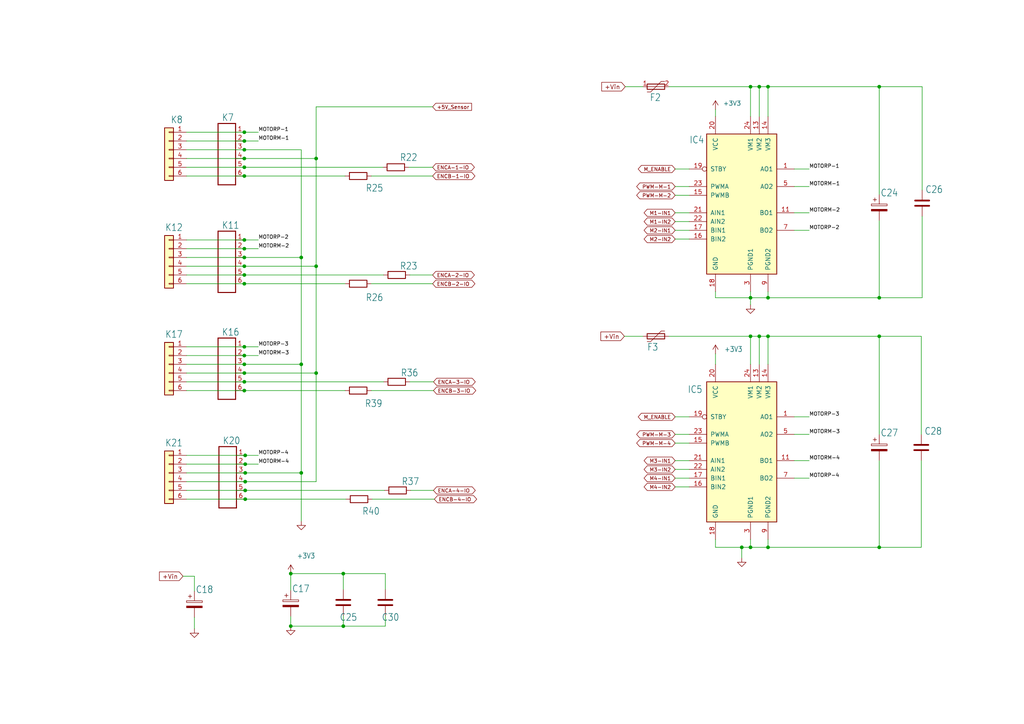
<source format=kicad_sch>
(kicad_sch (version 20211123) (generator eeschema)
  (paper "A4")
  (title_block (title "Open Robotic Board (ORB)") (date "2023-11-10") (rev "01.00-99") (company "Thomas Breuer (Hochschule Bonn-Rhein-Sieg)"))
  (lib_symbols
    (symbol "Connector_Generic:Conn_01x06" (pin_names (offset 1.016) hide)
      (property "Reference" "J" (at 0 7.62 0))
      (property "Value" "Conn_01x06" (at 0 -10.16 0))
      (symbol "Conn_01x06_1_1"
        (rectangle (start -1.27 -7.493) (end 0 -7.747) (stroke (width 0.1524)))
        (rectangle (start -1.27 -4.953) (end 0 -5.207) (stroke (width 0.1524)))
        (rectangle (start -1.27 -2.413) (end 0 -2.667) (stroke (width 0.1524)))
        (rectangle (start -1.27 0.127) (end 0 -0.127) (stroke (width 0.1524)))
        (rectangle (start -1.27 2.667) (end 0 2.413) (stroke (width 0.1524)))
        (rectangle (start -1.27 5.207) (end 0 4.953) (stroke (width 0.1524)))
        (rectangle (start -1.27 6.35) (end 1.27 -8.89) (stroke (width 0.254)) (fill (type background)))
        (pin passive line (at -5.08 5.08 0) (length 3.81) (name "Pin_1") (number "1"))
        (pin passive line (at -5.08 2.54 0) (length 3.81) (name "Pin_2") (number "2"))
        (pin passive line (at -5.08 0 0) (length 3.81) (name "Pin_3") (number "3"))
        (pin passive line (at -5.08 -2.54 0) (length 3.81) (name "Pin_4") (number "4"))
        (pin passive line (at -5.08 -5.08 0) (length 3.81) (name "Pin_5") (number "5"))
        (pin passive line (at -5.08 -7.62 0) (length 3.81) (name "Pin_6") (number "6"))
      )
    )
    (symbol "Device:C" (pin_numbers hide) (pin_names (offset 0.254))
      (property "Reference" "C" (at 0.635 2.54 0))
      (property "Value" "C" (at 0.635 -2.54 0))
      (symbol "C_0_1"
        (polyline (pts (xy -2.032 -0.762) (xy 2.032 -0.762)) (stroke (width 0.508)))
        (polyline (pts (xy -2.032 0.762) (xy 2.032 0.762)) (stroke (width 0.508)))
      )
      (symbol "C_1_1"
        (pin passive line (at 0 3.81 270) (length 2.794) (name "~") (number "1"))
        (pin passive line (at 0 -3.81 90) (length 2.794) (name "~") (number "2"))
      )
    )
    (symbol "Device:C_Polarized" (pin_numbers hide) (pin_names (offset 0.254))
      (property "Reference" "C" (at 0.635 2.54 0))
      (property "Value" "C_Polarized" (at 0.635 -2.54 0))
      (symbol "C_Polarized_0_1"
        (rectangle (start -2.286 0.508) (end 2.286 1.016))
        (polyline (pts (xy -1.778 2.286) (xy -0.762 2.286)))
        (polyline (pts (xy -1.27 2.794) (xy -1.27 1.778)))
        (rectangle (start 2.286 -0.508) (end -2.286 -1.016) (fill (type outline)))
      )
      (symbol "C_Polarized_1_1"
        (pin passive line (at 0 3.81 270) (length 2.794) (name "~") (number "1"))
        (pin passive line (at 0 -3.81 90) (length 2.794) (name "~") (number "2"))
      )
    )
    (symbol "Device:Polyfuse" (pin_numbers hide) (pin_names (offset 0))
      (property "Reference" "F" (at -2.54 0 90))
      (property "Value" "Polyfuse" (at 2.54 0 90))
      (symbol "Polyfuse_0_1"
        (rectangle (start -0.762 2.54) (end 0.762 -2.54) (stroke (width 0.254)))
        (polyline (pts (xy 0 2.54) (xy 0 -2.54)))
        (polyline (pts (xy -1.524 2.54) (xy -1.524 1.524) (xy 1.524 -1.524) (xy 1.524 -2.54)))
      )
      (symbol "Polyfuse_1_1"
        (pin passive line (at 0 3.81 270) (length 1.27) (name "~") (number "1"))
        (pin passive line (at 0 -3.81 90) (length 1.27) (name "~") (number "2"))
      )
    )
    (symbol "Device:R" (pin_numbers hide) (pin_names (offset 0))
      (property "Reference" "R" (at 2.032 0 90))
      (property "Value" "R" (at 0 0 90))
      (symbol "R_0_1"
        (rectangle (start -1.016 -2.54) (end 1.016 2.54) (stroke (width 0.254)))
      )
      (symbol "R_1_1"
        (pin passive line (at 0 3.81 270) (length 1.27) (name "~") (number "1"))
        (pin passive line (at 0 -3.81 90) (length 1.27) (name "~") (number "2"))
      )
    )
    (symbol "Driver_Motor:TB6612FNG" (pin_names (offset 1.016))
      (property "Reference" "U" (at 11.43 17.78 0))
      (property "Value" "TB6612FNG" (at 11.43 15.24 0))
      (symbol "TB6612FNG_0_1"
        (rectangle (start -10.16 20.32) (end 10.16 -20.32) (stroke (width 0.254)) (fill (type background)))
      )
      (symbol "TB6612FNG_1_1"
        (pin output line (at 15.24 10.16 180) (length 5.08) (name "AO1") (number "1"))
        (pin passive line (at 7.62 -25.4 90) (length 5.08) hide (name "PGND2") (number "10"))
        (pin output line (at 15.24 -2.54 180) (length 5.08) (name "BO1") (number "11"))
        (pin passive line (at 15.24 -2.54 180) (length 5.08) hide (name "BO1") (number "12"))
        (pin power_in line (at 5.08 25.4 270) (length 5.08) (name "VM2") (number "13"))
        (pin power_in line (at 7.62 25.4 270) (length 5.08) (name "VM3") (number "14"))
        (pin input line (at -15.24 2.54 0) (length 5.08) (name "PWMB") (number "15"))
        (pin input line (at -15.24 -10.16 0) (length 5.08) (name "BIN2") (number "16"))
        (pin input line (at -15.24 -7.62 0) (length 5.08) (name "BIN1") (number "17"))
        (pin power_in line (at -7.62 -25.4 90) (length 5.08) (name "GND") (number "18"))
        (pin input inverted (at -15.24 10.16 0) (length 5.08) (name "STBY") (number "19"))
        (pin passive line (at 15.24 10.16 180) (length 5.08) hide (name "AO1") (number "2"))
        (pin power_in line (at -7.62 25.4 270) (length 5.08) (name "VCC") (number "20"))
        (pin input line (at -15.24 -2.54 0) (length 5.08) (name "AIN1") (number "21"))
        (pin input line (at -15.24 -5.08 0) (length 5.08) (name "AIN2") (number "22"))
        (pin input line (at -15.24 5.08 0) (length 5.08) (name "PWMA") (number "23"))
        (pin power_in line (at 2.54 25.4 270) (length 5.08) (name "VM1") (number "24"))
        (pin power_in line (at 2.54 -25.4 90) (length 5.08) (name "PGND1") (number "3"))
        (pin passive line (at 2.54 -25.4 90) (length 5.08) hide (name "PGND1") (number "4"))
        (pin output line (at 15.24 5.08 180) (length 5.08) (name "AO2") (number "5"))
        (pin passive line (at 15.24 5.08 180) (length 5.08) hide (name "AO2") (number "6"))
        (pin output line (at 15.24 -7.62 180) (length 5.08) (name "BO2") (number "7"))
        (pin passive line (at 15.24 -7.62 180) (length 5.08) hide (name "BO2") (number "8"))
        (pin power_in line (at 7.62 -25.4 90) (length 5.08) (name "PGND2") (number "9"))
      )
    )
    (symbol "ORB:NXT-SOCKET"
      (property "Reference" "K" (at -4.035 18.415 0))
      (property "Value" "NXT-SOCKET" (at -12.27 -2.54 0))
      (symbol "NXT-SOCKET_1_0"
        (polyline (pts (xy -5.08 0) (xy 0 0)) (stroke (width 0.3)))
        (polyline (pts (xy -5.08 17.78) (xy -5.08 0)) (stroke (width 0.3)))
        (polyline (pts (xy 0 0) (xy 0 17.78)) (stroke (width 0.3)))
        (polyline (pts (xy 0 17.78) (xy -5.08 17.78)) (stroke (width 0.3)))
        (pin passive line (at 2.54 15.24 180) (length 2.54) (name "1") (number "1"))
        (pin passive line (at 2.54 12.7 180) (length 2.54) (name "2") (number "2"))
        (pin passive line (at 2.54 10.16 180) (length 2.54) (name "3") (number "3"))
        (pin passive line (at 2.54 7.62 180) (length 2.54) (name "4") (number "4"))
        (pin passive line (at 2.54 5.08 180) (length 2.54) (name "5") (number "5"))
        (pin passive line (at 2.54 2.54 180) (length 2.54) (name "6") (number "6"))
      )
    )
    (symbol "Polyfuse_1" (pin_names (offset 0))
      (property "Reference" "F" (at -2.54 0 90))
      (property "Value" "Polyfuse_1" (at 2.54 0 90))
      (symbol "Polyfuse_1_0_1"
        (rectangle (start -0.762 2.54) (end 0.762 -2.54) (stroke (width 0.254)))
        (polyline (pts (xy 0 2.54) (xy 0 -2.54)))
        (polyline (pts (xy -1.524 2.54) (xy -1.524 1.524) (xy 1.524 -1.524) (xy 1.524 -2.54)))
      )
      (symbol "Polyfuse_1_1_1"
        (pin passive line (at 0 3.81 270) (length 1.27) (name "~") (number "1"))
        (pin passive line (at 0 -3.81 90) (length 1.27) (name "~") (number "2"))
      )
    )
    (symbol "power:+3.3V" (power) (pin_names (offset 0))
      (property "Value" "+3.3V" (at 0 3.556 0))
      (symbol "+3.3V_0_1"
        (polyline (pts (xy -0.762 1.27) (xy 0 2.54)))
        (polyline (pts (xy 0 0) (xy 0 2.54)))
        (polyline (pts (xy 0 2.54) (xy 0.762 1.27)))
      )
      (symbol "+3.3V_1_1"
        (pin power_in line (at 0 0 90) (length 0) hide (name "+3V3") (number "1"))
      )
    )
    (symbol "power:GND" (power) (pin_names (offset 0))
      (property "Value" "GND" (at 0 -3.81 0))
      (symbol "GND_0_1"
        (polyline (pts (xy 0 0) (xy 0 -1.27) (xy 1.27 -1.27) (xy 0 -2.54) (xy -1.27 -1.27) (xy 0 -1.27)))
      )
      (symbol "GND_1_1"
        (pin power_in line (at 0 0 270) (length 0) hide (name "GND") (number "1"))
      )
    )
  )
  (junction (at 70.866 72.136))
  (junction (at 220.218 97.536))
  (junction (at 91.694 45.974))
  (junction (at 87.376 137.16))
  (junction (at 70.866 79.756))
  (junction (at 70.866 103.124))
  (junction (at 255.016 158.75))
  (junction (at 99.568 181.61))
  (junction (at 70.866 74.676))
  (junction (at 91.694 77.216))
  (junction (at 70.866 38.354))
  (junction (at 217.678 86.36))
  (junction (at 99.568 166.37))
  (junction (at 255.016 25.146))
  (junction (at 71.12 144.78))
  (junction (at 70.866 69.596))
  (junction (at 87.376 74.676))
  (junction (at 84.328 181.61))
  (junction (at 70.866 77.216))
  (junction (at 71.12 139.7))
  (junction (at 70.866 48.514))
  (junction (at 71.12 142.24))
  (junction (at 70.866 43.434))
  (junction (at 217.678 97.536))
  (junction (at 217.678 25.146))
  (junction (at 222.758 86.36))
  (junction (at 71.12 132.08))
  (junction (at 255.016 86.36))
  (junction (at 222.758 97.536))
  (junction (at 70.866 105.664))
  (junction (at 70.866 40.894))
  (junction (at 84.328 166.37))
  (junction (at 217.678 158.75))
  (junction (at 70.866 82.296))
  (junction (at 70.866 51.054))
  (junction (at 222.758 25.146))
  (junction (at 222.758 158.75))
  (junction (at 255.016 97.536))
  (junction (at 220.218 25.146))
  (junction (at 70.866 110.744))
  (junction (at 70.866 45.974))
  (junction (at 70.866 113.284))
  (junction (at 91.694 108.204))
  (junction (at 71.12 137.16))
  (junction (at 215.138 158.75))
  (junction (at 71.12 134.62))
  (junction (at 70.866 100.584))
  (junction (at 87.376 105.664))
  (junction (at 70.866 108.204))
  (wire (pts (xy 74.93 134.62) (xy 71.12 134.62)))
  (wire (pts (xy 84.328 166.37) (xy 84.328 171.196)))
  (wire (pts (xy 71.12 142.24) (xy 111.506 142.24)))
  (wire (pts (xy 234.696 120.904) (xy 230.378 120.904)))
  (wire (pts (xy 111.76 181.61) (xy 111.76 178.562)))
  (wire (pts (xy 217.678 86.36) (xy 222.758 86.36)))
  (wire (pts (xy 195.834 61.722) (xy 199.898 61.722)))
  (wire (pts (xy 54.102 110.744) (xy 70.866 110.744)))
  (wire (pts (xy 195.834 136.144) (xy 199.898 136.144)))
  (wire (pts (xy 107.95 144.78) (xy 125.984 144.78)))
  (wire (pts (xy 220.218 97.536) (xy 220.218 105.664)))
  (wire (pts (xy 70.866 69.596) (xy 74.93 69.596)))
  (wire (pts (xy 54.102 48.514) (xy 70.866 48.514)))
  (wire (pts (xy 267.208 158.75) (xy 267.208 133.604)))
  (wire (pts (xy 70.866 40.894) (xy 74.93 40.894)))
  (wire (pts (xy 111.76 166.37) (xy 111.76 170.942)))
  (wire (pts (xy 195.834 66.802) (xy 199.898 66.802)))
  (wire (pts (xy 222.758 33.782) (xy 222.758 25.146)))
  (wire (pts (xy 54.102 137.16) (xy 71.12 137.16)))
  (wire (pts (xy 70.866 43.434) (xy 87.376 43.434)))
  (wire (pts (xy 217.678 156.464) (xy 217.678 158.75)))
  (wire (pts (xy 107.696 82.296) (xy 125.476 82.296)))
  (wire (pts (xy 54.102 77.216) (xy 70.866 77.216)))
  (wire (pts (xy 54.102 40.894) (xy 70.866 40.894)))
  (wire (pts (xy 99.568 170.942) (xy 99.568 166.37)))
  (wire (pts (xy 217.678 25.146) (xy 217.678 33.782)))
  (wire (pts (xy 217.678 158.75) (xy 222.758 158.75)))
  (wire (pts (xy 107.696 113.284) (xy 125.73 113.284)))
  (wire (pts (xy 70.866 77.216) (xy 91.694 77.216)))
  (wire (pts (xy 207.518 102.616) (xy 207.518 105.664)))
  (wire (pts (xy 195.834 69.342) (xy 199.898 69.342)))
  (wire (pts (xy 220.218 25.146) (xy 220.218 33.782)))
  (wire (pts (xy 54.102 38.354) (xy 70.866 38.354)))
  (wire (pts (xy 234.696 133.604) (xy 230.378 133.604)))
  (wire (pts (xy 207.518 86.36) (xy 207.518 84.582)))
  (wire (pts (xy 255.016 86.36) (xy 267.462 86.36)))
  (wire (pts (xy 195.834 49.022) (xy 199.898 49.022)))
  (wire (pts (xy 255.016 25.146) (xy 267.462 25.146)))
  (wire (pts (xy 70.866 105.664) (xy 87.376 105.664)))
  (wire (pts (xy 195.834 128.524) (xy 199.898 128.524)))
  (wire (pts (xy 207.518 31.75) (xy 207.518 33.782)))
  (wire (pts (xy 222.758 25.146) (xy 220.218 25.146)))
  (wire (pts (xy 234.696 61.722) (xy 230.378 61.722)))
  (wire (pts (xy 195.834 56.642) (xy 199.898 56.642)))
  (wire (pts (xy 54.102 113.284) (xy 70.866 113.284)))
  (wire (pts (xy 56.388 179.07) (xy 56.388 182.372)))
  (wire (pts (xy 119.126 142.24) (xy 125.73 142.24)))
  (wire (pts (xy 91.694 77.216) (xy 91.694 45.974)))
  (wire (pts (xy 234.696 138.684) (xy 230.378 138.684)))
  (wire (pts (xy 255.016 158.75) (xy 267.208 158.75)))
  (wire (pts (xy 54.102 72.136) (xy 70.866 72.136)))
  (wire (pts (xy 87.376 74.676) (xy 87.376 105.664)))
  (wire (pts (xy 255.016 86.36) (xy 255.016 64.008)))
  (wire (pts (xy 91.694 108.204) (xy 91.694 77.216)))
  (wire (pts (xy 194.056 25.146) (xy 217.678 25.146)))
  (wire (pts (xy 54.102 45.974) (xy 70.866 45.974)))
  (wire (pts (xy 255.016 25.146) (xy 255.016 56.388)))
  (wire (pts (xy 70.866 38.354) (xy 74.93 38.354)))
  (wire (pts (xy 267.208 125.984) (xy 267.208 97.536)))
  (wire (pts (xy 181.102 97.536) (xy 186.436 97.536)))
  (wire (pts (xy 195.834 120.904) (xy 199.898 120.904)))
  (wire (pts (xy 267.462 25.146) (xy 267.462 55.118)))
  (wire (pts (xy 222.758 97.536) (xy 222.758 105.664)))
  (wire (pts (xy 70.866 79.756) (xy 111.252 79.756)))
  (wire (pts (xy 195.834 64.262) (xy 199.898 64.262)))
  (wire (pts (xy 107.696 51.054) (xy 125.476 51.054)))
  (wire (pts (xy 74.93 132.08) (xy 71.12 132.08)))
  (wire (pts (xy 87.376 137.16) (xy 87.376 151.13)))
  (wire (pts (xy 54.102 108.204) (xy 70.866 108.204)))
  (wire (pts (xy 54.102 103.124) (xy 70.866 103.124)))
  (wire (pts (xy 195.834 133.604) (xy 199.898 133.604)))
  (wire (pts (xy 255.016 97.536) (xy 255.016 125.984)))
  (wire (pts (xy 195.834 141.224) (xy 199.898 141.224)))
  (wire (pts (xy 70.866 48.514) (xy 110.998 48.514)))
  (wire (pts (xy 54.102 79.756) (xy 70.866 79.756)))
  (wire (pts (xy 54.102 144.78) (xy 71.12 144.78)))
  (wire (pts (xy 207.518 158.75) (xy 215.138 158.75)))
  (wire (pts (xy 207.518 86.36) (xy 217.678 86.36)))
  (wire (pts (xy 220.218 97.536) (xy 217.678 97.536)))
  (wire (pts (xy 54.102 134.62) (xy 71.12 134.62)))
  (wire (pts (xy 195.834 138.684) (xy 199.898 138.684)))
  (wire (pts (xy 222.758 158.75) (xy 255.016 158.75)))
  (wire (pts (xy 99.568 166.37) (xy 111.76 166.37)))
  (wire (pts (xy 84.328 178.816) (xy 84.328 181.61)))
  (wire (pts (xy 217.678 97.536) (xy 217.678 105.664)))
  (wire (pts (xy 215.138 158.75) (xy 215.138 161.798)))
  (wire (pts (xy 222.758 84.582) (xy 222.758 86.36)))
  (wire (pts (xy 99.568 181.61) (xy 84.328 181.61)))
  (wire (pts (xy 54.102 105.664) (xy 70.866 105.664)))
  (wire (pts (xy 91.694 30.988) (xy 125.476 30.988)))
  (wire (pts (xy 54.102 100.584) (xy 70.866 100.584)))
  (wire (pts (xy 220.218 97.536) (xy 222.758 97.536)))
  (wire (pts (xy 54.102 69.596) (xy 70.866 69.596)))
  (wire (pts (xy 91.694 30.988) (xy 91.694 45.974)))
  (wire (pts (xy 255.016 97.536) (xy 267.208 97.536)))
  (wire (pts (xy 234.696 125.984) (xy 230.378 125.984)))
  (wire (pts (xy 54.102 43.434) (xy 70.866 43.434)))
  (wire (pts (xy 87.376 137.16) (xy 87.376 105.664)))
  (wire (pts (xy 70.866 100.584) (xy 74.93 100.584)))
  (wire (pts (xy 54.102 132.08) (xy 71.12 132.08)))
  (wire (pts (xy 194.056 97.536) (xy 217.678 97.536)))
  (wire (pts (xy 99.568 166.37) (xy 84.328 166.37)))
  (wire (pts (xy 234.696 49.022) (xy 230.378 49.022)))
  (wire (pts (xy 56.388 167.132) (xy 56.388 171.45)))
  (wire (pts (xy 99.568 178.562) (xy 99.568 181.61)))
  (wire (pts (xy 217.678 158.75) (xy 215.138 158.75)))
  (wire (pts (xy 222.758 156.464) (xy 222.758 158.75)))
  (wire (pts (xy 222.758 25.146) (xy 255.016 25.146)))
  (wire (pts (xy 70.866 72.136) (xy 74.93 72.136)))
  (wire (pts (xy 207.518 158.75) (xy 207.518 156.464)))
  (wire (pts (xy 71.12 137.16) (xy 87.376 137.16)))
  (wire (pts (xy 199.898 125.984) (xy 195.834 125.984)))
  (wire (pts (xy 54.102 74.676) (xy 70.866 74.676)))
  (wire (pts (xy 234.696 54.102) (xy 230.378 54.102)))
  (wire (pts (xy 118.872 79.756) (xy 125.476 79.756)))
  (wire (pts (xy 54.102 82.296) (xy 70.866 82.296)))
  (wire (pts (xy 70.866 103.124) (xy 74.93 103.124)))
  (wire (pts (xy 70.866 45.974) (xy 91.694 45.974)))
  (wire (pts (xy 70.866 108.204) (xy 91.694 108.204)))
  (wire (pts (xy 91.694 139.7) (xy 71.12 139.7)))
  (wire (pts (xy 71.12 144.78) (xy 100.33 144.78)))
  (wire (pts (xy 70.866 110.744) (xy 111.252 110.744)))
  (wire (pts (xy 234.696 66.802) (xy 230.378 66.802)))
  (wire (pts (xy 217.678 84.582) (xy 217.678 86.36)))
  (wire (pts (xy 91.694 108.204) (xy 91.694 139.7)))
  (wire (pts (xy 255.016 97.536) (xy 222.758 97.536)))
  (wire (pts (xy 217.678 86.36) (xy 217.678 88.392)))
  (wire (pts (xy 70.866 113.284) (xy 100.076 113.284)))
  (wire (pts (xy 99.568 181.61) (xy 111.76 181.61)))
  (wire (pts (xy 118.618 48.514) (xy 125.476 48.514)))
  (wire (pts (xy 267.462 86.36) (xy 267.462 62.738)))
  (wire (pts (xy 70.866 82.296) (xy 100.076 82.296)))
  (wire (pts (xy 222.758 86.36) (xy 255.016 86.36)))
  (wire (pts (xy 220.218 25.146) (xy 217.678 25.146)))
  (wire (pts (xy 70.866 74.676) (xy 87.376 74.676)))
  (wire (pts (xy 54.102 139.7) (xy 71.12 139.7)))
  (wire (pts (xy 195.834 54.102) (xy 199.898 54.102)))
  (wire (pts (xy 255.016 158.75) (xy 255.016 133.604)))
  (wire (pts (xy 53.086 167.132) (xy 56.388 167.132)))
  (wire (pts (xy 54.102 51.054) (xy 70.866 51.054)))
  (wire (pts (xy 70.866 51.054) (xy 100.076 51.054)))
  (wire (pts (xy 118.872 110.744) (xy 125.73 110.744)))
  (wire (pts (xy 54.102 142.24) (xy 71.12 142.24)))
  (wire (pts (xy 181.356 25.146) (xy 186.436 25.146)))
  (wire (pts (xy 87.376 43.434) (xy 87.376 74.676)))
  (label "MOTORP-4" (at 234.696 138.684 0) (effects (font (size 1.05 1.05))))
  (label "MOTORM-1" (at 234.696 54.102 0) (effects (font (size 1.05 1.05))))
  (label "MOTORP-2" (at 74.93 69.596 0) (effects (font (size 1.05 1.05))))
  (label "MOTORM-2" (at 74.93 72.136 0) (effects (font (size 1.05 1.05))))
  (label "MOTORP-3" (at 234.696 120.904 0) (effects (font (size 1.05 1.05))))
  (label "MOTORM-4" (at 234.696 133.604 0) (effects (font (size 1.05 1.05))))
  (label "MOTORP-2" (at 234.696 66.802 0) (effects (font (size 1.05 1.05))))
  (label "MOTORM-3" (at 74.93 103.124 0) (effects (font (size 1.05 1.05))))
  (label "MOTORP-4" (at 74.93 132.08 0) (effects (font (size 1.05 1.05))))
  (label "MOTORP-1" (at 234.696 49.022 0) (effects (font (size 1.05 1.05))))
  (label "MOTORM-1" (at 74.93 40.894 0) (effects (font (size 1.05 1.05))))
  (label "MOTORP-3" (at 74.93 100.584 0) (effects (font (size 1.05 1.05))))
  (label "MOTORP-1" (at 74.93 38.354 0) (effects (font (size 1.05 1.05))))
  (label "MOTORM-4" (at 74.93 134.62 0) (effects (font (size 1.05 1.05))))
  (label "MOTORM-3" (at 234.696 125.984 0) (effects (font (size 1.05 1.05))))
  (label "MOTORM-2" (at 234.696 61.722 0) (effects (font (size 1.05 1.05))))
  (global_label "M1-IN1" (shape bidirectional) (at 195.834 61.722 180) (effects (font (size 1.05 1.05))) (property "Intersheet References" "${INTERSHEET_REFS}" (effects hide)))
  (global_label "M4-IN2" (shape bidirectional) (at 195.834 141.224 180) (effects (font (size 1.05 1.05))) (property "Intersheet References" "${INTERSHEET_REFS}" (effects hide)))
  (global_label "PWM-M-2" (shape bidirectional) (at 195.834 56.642 180) (effects (font (size 1.05 1.05))) (property "Intersheet References" "${INTERSHEET_REFS}" (effects hide)))
  (global_label "PWM-M-4" (shape bidirectional) (at 195.834 128.524 180) (effects (font (size 1.05 1.05))) (property "Intersheet References" "${INTERSHEET_REFS}" (effects hide)))
  (global_label "M1-IN2" (shape bidirectional) (at 195.834 64.262 180) (effects (font (size 1.05 1.05))) (property "Intersheet References" "${INTERSHEET_REFS}" (effects hide)))
  (global_label "M2-IN1" (shape bidirectional) (at 195.834 66.802 180) (effects (font (size 1.05 1.05))) (property "Intersheet References" "${INTERSHEET_REFS}" (effects hide)))
  (global_label "PWM-M-1" (shape bidirectional) (at 195.834 54.102 180) (effects (font (size 1.05 1.05))) (property "Intersheet References" "${INTERSHEET_REFS}" (effects hide)))
  (global_label "ENCB-1-IO" (shape bidirectional) (at 125.476 51.054 0) (effects (font (size 1.05 1.05))) (property "Intersheet References" "${INTERSHEET_REFS}" (effects hide)))
  (global_label "ENCB-4-IO" (shape bidirectional) (at 125.984 144.78 0) (effects (font (size 1.05 1.05))) (property "Intersheet References" "${INTERSHEET_REFS}" (effects hide)))
  (global_label "M_ENABLE" (shape bidirectional) (at 195.834 120.904 180) (effects (font (size 1.05 1.05))) (property "Intersheet References" "${INTERSHEET_REFS}" (effects hide)))
  (global_label "M3-IN2" (shape bidirectional) (at 195.834 136.144 180) (effects (font (size 1.05 1.05))) (property "Intersheet References" "${INTERSHEET_REFS}" (effects hide)))
  (global_label "M2-IN2" (shape bidirectional) (at 195.834 69.342 180) (effects (font (size 1.05 1.05))) (property "Intersheet References" "${INTERSHEET_REFS}" (effects hide)))
  (global_label "+Vin" (shape input) (at 181.356 25.146 180) (property "Intersheet References" "${INTERSHEET_REFS}" (effects hide)))
  (global_label "ENCA-3-IO" (shape bidirectional) (at 125.73 110.744 0) (effects (font (size 1.05 1.05))) (property "Intersheet References" "${INTERSHEET_REFS}" (effects hide)))
  (global_label "M4-IN1" (shape bidirectional) (at 195.834 138.684 180) (effects (font (size 1.05 1.05))) (property "Intersheet References" "${INTERSHEET_REFS}" (effects hide)))
  (global_label "M_ENABLE" (shape bidirectional) (at 195.834 49.022 180) (effects (font (size 1.05 1.05))) (property "Intersheet References" "${INTERSHEET_REFS}" (effects hide)))
  (global_label "+Vin" (shape input) (at 53.086 167.132 180) (property "Intersheet References" "${INTERSHEET_REFS}" (effects hide)))
  (global_label "ENCA-4-IO" (shape bidirectional) (at 125.73 142.24 0) (effects (font (size 1.05 1.05))) (property "Intersheet References" "${INTERSHEET_REFS}" (effects hide)))
  (global_label "+Vin" (shape input) (at 181.102 97.536 180) (property "Intersheet References" "${INTERSHEET_REFS}" (effects hide)))
  (global_label "ENCB-2-IO" (shape bidirectional) (at 125.476 82.296 0) (effects (font (size 1.05 1.05))) (property "Intersheet References" "${INTERSHEET_REFS}" (effects hide)))
  (global_label "+5V_Sensor" (shape input) (at 125.476 30.988 0) (effects (font (size 1.05 1.05))) (property "Intersheet References" "${INTERSHEET_REFS}" (effects hide)))
  (global_label "ENCA-2-IO" (shape bidirectional) (at 125.476 79.756 0) (effects (font (size 1.05 1.05))) (property "Intersheet References" "${INTERSHEET_REFS}" (effects hide)))
  (global_label "M3-IN1" (shape bidirectional) (at 195.834 133.604 180) (effects (font (size 1.05 1.05))) (property "Intersheet References" "${INTERSHEET_REFS}" (effects hide)))
  (global_label "PWM-M-3" (shape bidirectional) (at 195.834 125.984 180) (effects (font (size 1.05 1.05))) (property "Intersheet References" "${INTERSHEET_REFS}" (effects hide)))
  (global_label "ENCB-3-IO" (shape bidirectional) (at 125.73 113.284 0) (effects (font (size 1.05 1.05))) (property "Intersheet References" "${INTERSHEET_REFS}" (effects hide)))
  (global_label "ENCA-1-IO" (shape bidirectional) (at 125.476 48.514 0) (effects (font (size 1.05 1.05))) (property "Intersheet References" "${INTERSHEET_REFS}" (effects hide)))
  (symbol (lib_id "power:GND") (at 56.388 182.372 0) (unit 1)
    (property "Reference" "#REF0242" (effects hide))
  )
  (symbol (lib_id "Device:C") (at 111.76 174.752 180) (unit 1)
    (property "Reference" "C30" (at 115.888 177.927 0) (effects (font (size 2 1.7)) (justify left bottom)))
    (property "MPN" "C0805C104K5RAC7800" (effects hide))
    (property "OrderNr" "399-C0805C104K5RAC7800CT-ND" (effects hide))
    (property "Distributor" "Digi-Key" (effects hide))
  )
  (symbol (lib_id "power:GND") (at 84.328 181.61 0) (unit 1)
    (property "Reference" "#REF083" (effects hide))
  )
  (symbol (lib_id "Driver_Motor:TB6612FNG") (at 215.138 59.182 0) (unit 1)
    (property "Reference" "IC4" (at 199.898 41.656 0) (effects (font (size 2 1.7)) (justify left bottom)))
    (property "Distributor" "Digi-Key" (effects hide))
    (property "MPN" "TB6612FNG,C,8,EL" (effects hide))
    (property "OrderNr" "TB6612FNGC8ELCT-ND" (effects hide))
  )
  (symbol (lib_id "ORB:NXT-SOCKET") (at 68.326 115.824 0) (unit 1)
    (property "Reference" "K16" (at 64.291 97.409 0) (effects (font (size 2 1.7)) (justify left bottom)))
    (property "MPN" "NXT/EV3 Compatible (female) Sockets" (effects hide))
    (property "Distributor" "mindsensors.com" (effects hide))
    (property "OrderNr" "SCKT-Nx-1" (effects hide))
  )
  (symbol (lib_id "ORB:NXT-SOCKET") (at 68.326 53.594 0) (unit 1)
    (property "Reference" "K7" (at 64.291 35.179 0) (effects (font (size 2 1.7)) (justify left bottom)))
    (property "MPN" "NXT/EV3 Compatible (female) Sockets" (effects hide))
    (property "Distributor" "mindsensors.com" (effects hide))
    (property "OrderNr" "SCKT-Nx-1" (effects hide))
  )
  (symbol (lib_id "Device:C_Polarized") (at 56.388 175.26 0) (unit 1)
    (property "Reference" "C18" (at 56.705 172.085 0) (effects (font (size 2 1.7)) (justify left bottom)))
    (property "MPN" "T491B106M025AT" (effects hide))
    (property "OrderNr" "399-9721-1-ND" (effects hide))
    (property "Distributor" "Digi-Key" (effects hide))
  )
  (symbol (lib_id "power:GND") (at 215.138 161.798 0) (unit 1)
    (property "Reference" "#REF065" (effects hide))
  )
  (symbol (lib_id "Device:Polyfuse") (at 190.246 97.536 90) (unit 1)
    (property "Reference" "F3" (at 191.008 99.568 90) (effects (font (size 2 1.7)) (justify left bottom)))
    (property "MPN" "2920L125PR" (effects hide))
    (property "OrderNr" "F2869CT-ND" (effects hide))
    (property "Distributor" "Digi-Key" (effects hide))
  )
  (symbol (lib_id "Device:R") (at 103.886 51.054 270) (unit 1)
    (property "Reference" "R25" (at 111.252 55.626 90) (effects (font (size 2 1.7)) (justify right bottom)))
    (property "Distributor" "Digi-Key" (effects hide))
    (property "MPN" "RC0603FR-10330RL" (effects hide))
    (property "OrderNr" "13-RC0603FR-10330RLCT-ND" (effects hide))
  )
  (symbol (lib_id "Device:R") (at 103.886 113.284 270) (unit 1)
    (property "Reference" "R39" (at 110.998 118.11 90) (effects (font (size 2 1.7)) (justify right bottom)))
    (property "Distributor" "Digi-Key" (effects hide))
    (property "MPN" "RC0603FR-10330RL" (effects hide))
    (property "OrderNr" "13-RC0603FR-10330RLCT-ND" (effects hide))
  )
  (symbol (lib_id "ORB:NXT-SOCKET") (at 68.326 84.836 0) (unit 1)
    (property "Reference" "K11" (at 64.291 66.421 0) (effects (font (size 2 1.7)) (justify left bottom)))
    (property "MPN" "NXT/EV3 Compatible (female) Sockets" (effects hide))
    (property "Distributor" "mindsensors.com" (effects hide))
    (property "OrderNr" "SCKT-Nx-1" (effects hide))
  )
  (symbol (lib_id "Device:C_Polarized") (at 255.016 129.794 0) (unit 1)
    (property "Reference" "C27" (at 255.333 126.619 0) (effects (font (size 2 1.7)) (justify left bottom)))
    (property "MPN" "T491B106M025AT" (effects hide))
    (property "OrderNr" "399-9721-1-ND" (effects hide))
    (property "Distributor" "Digi-Key" (effects hide))
  )
  (symbol (lib_id "Connector_Generic:Conn_01x06") (at 49.022 43.434 0) (mirror y) (unit 1)
    (property "Reference" "K8" (at 53.086 35.814 0) (effects (font (size 2 1.7)) (justify left bottom)))
    (property "MPN" "not mounted" (effects hide))
  )
  (symbol (lib_id "Device:R") (at 103.886 82.296 270) (unit 1)
    (property "Reference" "R26" (at 111.252 87.376 90) (effects (font (size 2 1.7)) (justify right bottom)))
    (property "Distributor" "Digi-Key" (effects hide))
    (property "MPN" "RC0603FR-10330RL" (effects hide))
    (property "OrderNr" "13-RC0603FR-10330RLCT-ND" (effects hide))
  )
  (symbol (lib_id "Connector_Generic:Conn_01x06") (at 49.022 137.16 0) (mirror y) (unit 1)
    (property "Reference" "K21" (at 53.086 129.54 0) (effects (font (size 2 1.7)) (justify left bottom)))
    (property "MPN" "not mounted" (effects hide))
  )
  (symbol (lib_id "Device:R") (at 104.14 144.78 270) (unit 1)
    (property "Reference" "R40" (at 110.236 149.352 90) (effects (font (size 2 1.7)) (justify right bottom)))
    (property "Distributor" "Digi-Key" (effects hide))
    (property "MPN" "RC0603FR-10330RL" (effects hide))
    (property "OrderNr" "13-RC0603FR-10330RLCT-ND" (effects hide))
  )
  (symbol (lib_id "Connector_Generic:Conn_01x06") (at 49.022 105.664 0) (mirror y) (unit 1)
    (property "Reference" "K17" (at 53.086 98.044 0) (effects (font (size 2 1.7)) (justify left bottom)))
    (property "MPN" "not mounted" (effects hide))
  )
  (symbol (lib_id "Device:C") (at 99.568 174.752 180) (unit 1)
    (property "Reference" "C25" (at 103.696 177.927 0) (effects (font (size 2 1.7)) (justify left bottom)))
    (property "MPN" "C0805C104K5RAC7800" (effects hide))
    (property "OrderNr" "399-C0805C104K5RAC7800CT-ND" (effects hide))
    (property "Distributor" "Digi-Key" (effects hide))
  )
  (symbol (lib_id "power:+3.3V") (at 207.518 102.616 0) (unit 1)
    (property "Reference" "#REF062" (effects hide))
  )
  (symbol (lib_id "power:+3.3V") (at 207.518 31.75 0) (unit 1)
    (property "Reference" "#PWR0102" (effects hide))
  )
  (symbol (lib_id "Driver_Motor:TB6612FNG") (at 215.138 131.064 0) (unit 1)
    (property "Reference" "IC5" (at 199.39 114.046 0) (effects (font (size 2 1.7)) (justify left bottom)))
    (property "Distributor" "Digi-Key" (effects hide))
    (property "MPN" "TB6612FNG,C,8,EL" (effects hide))
    (property "OrderNr" "TB6612FNGC8ELCT-ND" (effects hide))
  )
  (symbol (lib_id "Device:C") (at 267.208 129.794 180) (unit 1)
    (property "Reference" "C28" (at 273.304 123.952 0) (effects (font (size 2 1.7)) (justify left bottom)))
    (property "MPN" "C0805C104K5RAC7800" (effects hide))
    (property "OrderNr" "399-C0805C104K5RAC7800CT-ND" (effects hide))
    (property "Distributor" "Digi-Key" (effects hide))
  )
  (symbol (lib_id "Connector_Generic:Conn_01x06") (at 49.022 74.676 0) (mirror y) (unit 1)
    (property "Reference" "K12" (at 53.086 67.056 0) (effects (font (size 2 1.7)) (justify left bottom)))
    (property "MPN" "not mounted" (effects hide))
  )
  (symbol (lib_id "Device:R") (at 115.062 79.756 270) (unit 1)
    (property "Reference" "R23" (at 121.158 78.232 90) (effects (font (size 2 1.7)) (justify right bottom)))
    (property "Distributor" "Digi-Key" (effects hide))
    (property "MPN" "RC0603FR-10330RL" (effects hide))
    (property "OrderNr" "13-RC0603FR-10330RLCT-ND" (effects hide))
  )
  (symbol (lib_id "Device:C_Polarized") (at 84.328 175.006 0) (unit 1)
    (property "Reference" "C17" (at 84.645 171.831 0) (effects (font (size 2 1.7)) (justify left bottom)))
    (property "MPN" "T491B106M025AT" (effects hide))
    (property "OrderNr" "399-9721-1-ND" (effects hide))
    (property "Distributor" "Digi-Key" (effects hide))
  )
  (symbol (lib_id "Device:C_Polarized") (at 255.016 60.198 0) (unit 1)
    (property "Reference" "C24" (at 255.333 57.023 0) (effects (font (size 2 1.7)) (justify left bottom)))
    (property "MPN" "T491B106M025AT" (effects hide))
    (property "OrderNr" "399-9721-1-ND" (effects hide))
    (property "Distributor" "Digi-Key" (effects hide))
  )
  (symbol (lib_name "Polyfuse_1") (lib_id "Device:Polyfuse") (at 190.246 25.146 90) (unit 1)
    (property "Reference" "F2" (at 191.77 27.178 90) (effects (font (size 2 1.7)) (justify left bottom)))
    (property "MPN" "2920L125PR" (effects hide))
    (property "OrderNr" "F2869CT-ND" (effects hide))
    (property "Distributor" "Digi-Key" (effects hide))
  )
  (symbol (lib_id "ORB:NXT-SOCKET") (at 68.58 147.32 0) (unit 1)
    (property "Reference" "K20" (at 64.545 128.905 0) (effects (font (size 2 1.7)) (justify left bottom)))
    (property "MPN" "NXT/EV3 Compatible (female) Sockets" (effects hide))
    (property "Distributor" "mindsensors.com" (effects hide))
    (property "OrderNr" "SCKT-Nx-1" (effects hide))
  )
  (symbol (lib_id "Device:R") (at 115.062 110.744 270) (unit 1)
    (property "Reference" "R36" (at 121.412 109.22 90) (effects (font (size 2 1.7)) (justify right bottom)))
    (property "Distributor" "Digi-Key" (effects hide))
    (property "MPN" "RC0603FR-10330RL" (effects hide))
    (property "OrderNr" "13-RC0603FR-10330RLCT-ND" (effects hide))
  )
  (symbol (lib_id "Device:C") (at 267.462 58.928 180) (unit 1)
    (property "Reference" "C26" (at 273.558 53.848 0) (effects (font (size 2 1.7)) (justify left bottom)))
    (property "MPN" "C0805C104K5RAC7800" (effects hide))
    (property "OrderNr" "399-C0805C104K5RAC7800CT-ND" (effects hide))
    (property "Distributor" "Digi-Key" (effects hide))
  )
  (symbol (lib_id "power:+3.3V") (at 84.328 166.37 0) (unit 1)
    (property "Reference" "#REF082" (effects hide))
  )
  (symbol (lib_id "power:GND") (at 217.678 88.392 0) (unit 1)
    (property "Reference" "#REF061" (effects hide))
  )
  (symbol (lib_id "Device:R") (at 114.808 48.514 270) (unit 1)
    (property "Reference" "R22" (at 121.158 46.736 90) (effects (font (size 2 1.7)) (justify right bottom)))
    (property "Distributor" "Digi-Key" (effects hide))
    (property "MPN" "RC0603FR-10330RL" (effects hide))
    (property "OrderNr" "13-RC0603FR-10330RLCT-ND" (effects hide))
  )
  (symbol (lib_id "Device:R") (at 115.316 142.24 270) (unit 1)
    (property "Reference" "R37" (at 121.666 140.716 90) (effects (font (size 2 1.7)) (justify right bottom)))
    (property "Distributor" "Digi-Key" (effects hide))
    (property "MPN" "RC0603FR-10330RL" (effects hide))
    (property "OrderNr" "13-RC0603FR-10330RLCT-ND" (effects hide))
  )
  (symbol (lib_id "power:GND") (at 87.376 151.13 0) (unit 1)
    (property "Reference" "#REF0187" (effects hide))
  )
)
</source>
